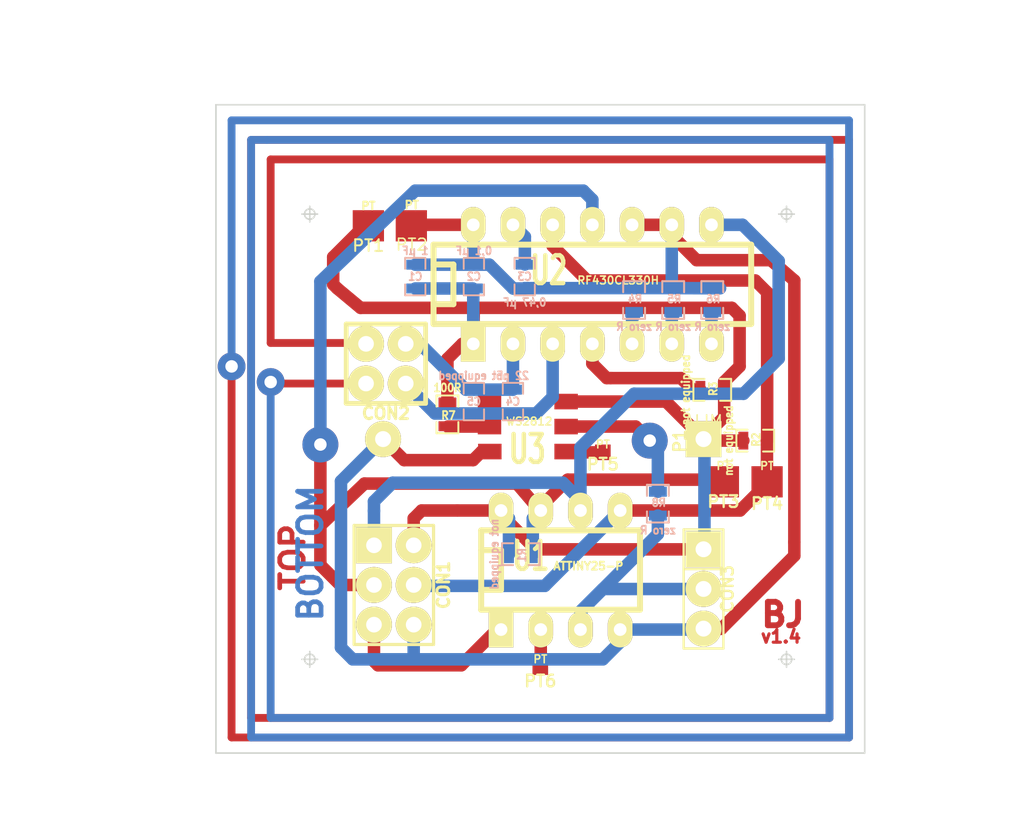
<source format=kicad_pcb>
(kicad_pcb (version 20221018) (generator pcbnew)
  (title_block (title "Proto BuddiesJewel") (rev "1.4") (company "BuddiesProjects"))
  (layers (0 "F.Cu" signal "Dessus.Cu") (31 "B.Cu" signal "Dessous.Cu") (34 "B.Paste" user "Dessous.Pate") (35 "F.Paste" user "Dessus.Pate") (36 "B.SilkS" user "Dessous.SilkS") (37 "F.SilkS" user "Dessus.SilkS") (38 "B.Mask" user "Dessous.Masque") (39 "F.Mask" user "Dessus.Masque") (44 "Edge.Cuts" user "Contours.Ci"))
  (net 0 "")
  (net 1 "+3.3V")
  (net 2 "/ANT1")
  (net 3 "/ANT2")
  (net 4 "/IT/MISO")
  (net 5 "/LED_DI")
  (net 6 "/RST")
  (net 7 "/SCL/SCK")
  (net 8 "/SDA/MOSI")
  (net 9 "GND")
  (net 10 "N-0000010")
  (net 11 "N-0000013")
  (net 12 "N-0000014")
  (net 13 "N-0000015")
  (net 14 "N-0000018")
  (net 15 "N-0000020")
  (net 16 "N-000003")
  (net 17 "N-000006")
  (net 18 "N-000007")
  (net 19 "N-000008")
  (footprint "TEST_POINT_1mm" (layer "F.Cu") (at 54.25 32)
    (fp_text reference "PT1" (at 0 1.27) (layer "F.SilkS") (effects (font (size 0.75 0.75) (thickness 0.125))))
    (fp_text value "PT" (at 0 -1.27) (layer "F.SilkS") (effects (font (size 0.5 0.5) (thickness 0.125))))
    (pad "1" smd rect (at 0 0) (size 2 2) (layers "F.Cu" "F.Paste" "F.Mask") (net 1 "+3.3V"))
  )
  (footprint "TEST_POINT_1mm" (layer "F.Cu") (at 65.25 60.25)
    (fp_text reference "PT6" (at 0 0.889) (layer "F.SilkS") (effects (font (size 0.75 0.75))))
    (fp_text value "PT" (at 0 -0.508) (layer "F.SilkS") (effects (font (size 0.5 0.5) (thickness 0.1))))
    (pad "1" smd rect (at 0 0) (size 1 1) (layers "F.Cu" "F.Paste" "F.Mask") (net 12 "N-0000014"))
  )
  (footprint "TEST_POINT_1mm" (layer "F.Cu") (at 57.15 31.936)
    (fp_text reference "PT2" (at -0.127 1.27) (layer "F.SilkS") (effects (font (size 0.75 0.75) (thickness 0.1))))
    (fp_text value "PT" (at -0.127 -1.27) (layer "F.SilkS") (effects (font (size 0.5 0.5) (thickness 0.125))))
    (pad "1" smd rect (at -0.15 0.064) (size 2 2) (layers "F.Cu" "F.Paste" "F.Mask") (net 9 "GND"))
  )
  (footprint "TEST_POINT_1mm" (layer "F.Cu") (at 69.25 46.5)
    (fp_text reference "PT5" (at 0 0.762) (layer "F.SilkS") (effects (font (size 0.75 0.75))))
    (fp_text value "PT" (at 0 -0.508) (layer "F.SilkS") (effects (font (size 0.5 0.5) (thickness 0.1))))
    (pad "1" smd rect (at 0 0) (size 1 1) (layers "F.Cu" "F.Paste" "F.Mask") (net 11 "N-0000013"))
  )
  (footprint "TEST_POINT_1mm" (layer "F.Cu") (at 76.962 48.387)
    (fp_text reference "PT3" (at 0 1.27) (layer "F.SilkS") (effects (font (size 0.75 0.75))))
    (fp_text value "PT" (at 0 -1.016) (layer "F.SilkS") (effects (font (size 0.5 0.5) (thickness 0.1))))
    (pad "1" smd rect (at 0 0) (size 2 2) (layers "F.Cu" "F.Paste" "F.Mask") (net 7 "/SCL/SCK"))
  )
  (footprint "TEST_POINT_1mm" (layer "F.Cu") (at 79.756 48.387)
    (fp_text reference "PT4" (at 0 1.397) (layer "F.SilkS") (effects (font (size 0.75 0.75))))
    (fp_text value "PT" (at 0 -1.016) (layer "F.SilkS") (effects (font (size 0.5 0.5) (thickness 0.1))))
    (pad "1" smd rect (at 0 0) (size 2 2) (layers "F.Cu" "F.Paste" "F.Mask") (net 8 "/SDA/MOSI"))
  )
  (footprint "SM0603_Resistor" (layer "F.Cu") (at 59.309 44.069 -90)
    (fp_text reference "R7" (at 0.0635 -0.0635) (layer "F.SilkS") (effects (font (size 0.50038 0.4572) (thickness 0.1143))))
    (fp_text value "100R" (at -1.69926 0) (layer "F.SilkS") (effects (font (size 0.508 0.4572) (thickness 0.1143))))
    (fp_line (start -1.2065 -0.6985) (end -1.2065 0.6985) (stroke (width 0.127)) (layer "F.SilkS"))
    (fp_line (start -1.2065 0.6985) (end -0.50038 0.6985) (stroke (width 0.127)) (layer "F.SilkS"))
    (fp_line (start -0.50038 -0.6985) (end -1.2065 -0.6985) (stroke (width 0.127)) (layer "F.SilkS"))
    (fp_line (start 1.2065 -0.6985) (end 0.50038 -0.6985) (stroke (width 0.127)) (layer "F.SilkS"))
    (fp_line (start 1.2065 -0.6985) (end 1.2065 0.6985) (stroke (width 0.127)) (layer "F.SilkS"))
    (fp_line (start 1.2065 0.6985) (end 0.50038 0.6985) (stroke (width 0.127)) (layer "F.SilkS"))
    (pad "1" smd rect (at -0.762 0 270) (size 0.635 1.143) (layers "F.Cu" "F.Paste" "F.Mask") (net 1 "+3.3V"))
    (pad "2" smd rect (at 0.762 0 270) (size 0.635 1.143) (layers "F.Cu" "F.Paste" "F.Mask") (net 15 "N-0000020"))
  )
  (footprint "SM0603_Resistor" (layer "F.Cu") (at 76.25 42.5)
    (fp_text reference "R3" (at 0.0635 -0.0635 90) (layer "F.SilkS") (effects (font (size 0.50038 0.4572) (thickness 0.1143))))
    (fp_text value "not equipped" (at -1.69926 0 90) (layer "F.SilkS") (effects (font (size 0.508 0.4572) (thickness 0.1143))))
    (fp_line (start -1.2065 -0.6985) (end -1.2065 0.6985) (stroke (width 0.127)) (layer "F.SilkS"))
    (fp_line (start -1.2065 0.6985) (end -0.50038 0.6985) (stroke (width 0.127)) (layer "F.SilkS"))
    (fp_line (start -0.50038 -0.6985) (end -1.2065 -0.6985) (stroke (width 0.127)) (layer "F.SilkS"))
    (fp_line (start 1.2065 -0.6985) (end 0.50038 -0.6985) (stroke (width 0.127)) (layer "F.SilkS"))
    (fp_line (start 1.2065 -0.6985) (end 1.2065 0.6985) (stroke (width 0.127)) (layer "F.SilkS"))
    (fp_line (start 1.2065 0.6985) (end 0.50038 0.6985) (stroke (width 0.127)) (layer "F.SilkS"))
    (pad "1" smd rect (at -0.762 0) (size 0.635 1.143) (layers "F.Cu" "F.Paste" "F.Mask") (net 17 "N-000006"))
    (pad "2" smd rect (at 0.762 0) (size 0.635 1.143) (layers "F.Cu" "F.Paste" "F.Mask") (net 1 "+3.3V"))
  )
  (footprint "SM0603_Resistor" (layer "F.Cu") (at 79 45.75)
    (fp_text reference "R2" (at 0.0635 -0.0635 90) (layer "F.SilkS") (effects (font (size 0.50038 0.4572) (thickness 0.1143))))
    (fp_text value "not equipped" (at -1.69926 0 90) (layer "F.SilkS") (effects (font (size 0.508 0.4572) (thickness 0.1143))))
    (fp_line (start -1.2065 -0.6985) (end -1.2065 0.6985) (stroke (width 0.127)) (layer "F.SilkS"))
    (fp_line (start -1.2065 0.6985) (end -0.50038 0.6985) (stroke (width 0.127)) (layer "F.SilkS"))
    (fp_line (start -0.50038 -0.6985) (end -1.2065 -0.6985) (stroke (width 0.127)) (layer "F.SilkS"))
    (fp_line (start 1.2065 -0.6985) (end 0.50038 -0.6985) (stroke (width 0.127)) (layer "F.SilkS"))
    (fp_line (start 1.2065 -0.6985) (end 1.2065 0.6985) (stroke (width 0.127)) (layer "F.SilkS"))
    (fp_line (start 1.2065 0.6985) (end 0.50038 0.6985) (stroke (width 0.127)) (layer "F.SilkS"))
    (pad "1" smd rect (at -0.762 0) (size 0.635 1.143) (layers "F.Cu" "F.Paste" "F.Mask") (net 1 "+3.3V"))
    (pad "2" smd rect (at 0.762 0) (size 0.635 1.143) (layers "F.Cu" "F.Paste" "F.Mask") (net 8 "/SDA/MOSI"))
  )
  (footprint "PIN_ARRAY_2X2" (layer "F.Cu") (at 55.372 40.826 180)
    (fp_text reference "CON2" (at 0 -3.175 180) (layer "F.SilkS") (effects (font (size 0.75 0.75) (thickness 0.1875))))
    (fp_text value "ANTENNE" hide)
    (fp_line (start -2.54 -2.54) (end 2.54 -2.54) (stroke (width 0.3048)) (layer "F.SilkS"))
    (fp_line (start -2.54 2.54) (end -2.54 -2.54) (stroke (width 0.3048)) (layer "F.SilkS"))
    (fp_line (start 2.54 -2.54) (end 2.54 2.54) (stroke (width 0.3048)) (layer "F.SilkS"))
    (fp_line (start 2.54 2.54) (end -2.54 2.54) (stroke (width 0.3048)) (layer "F.SilkS"))
    (pad "1" thru_hole circle (at -1.27 1.27 180) (size 2.3 2.3) (drill 1) (layers "*.Cu" "*.Mask" "F.SilkS") (net 2 "/ANT1"))
    (pad "2" thru_hole circle (at -1.27 -1.27 180) (size 2.3 2.3) (drill 1) (layers "*.Cu" "*.Mask" "F.SilkS") (net 3 "/ANT2"))
    (pad "3" thru_hole circle (at 1.27 1.27 180) (size 2.3 2.3) (drill 1) (layers "*.Cu" "*.Mask" "F.SilkS") (net 14 "N-0000018"))
    (pad "4" thru_hole circle (at 1.27 -1.27 180) (size 2.3 2.3) (drill 1) (layers "*.Cu" "*.Mask" "F.SilkS") (net 14 "N-0000018"))
  )
  (footprint "WS2812" (layer "F.Cu") (at 62 43.25)
    (fp_text reference "U3" (at 2.413 3.048) (layer "F.SilkS") (effects (font (size 1.778 1.143) (thickness 0.28575))))
    (fp_text value "WS2812" (at 2.54 1.27) (layer "F.SilkS") (effects (font (size 0.5 0.5) (thickness 0.1))))
    (pad "1" smd rect (at 4.9 3.2) (size 1.5 1) (layers "F.Cu" "F.Paste" "F.Mask") (net 11 "N-0000013"))
    (pad "2" smd rect (at 4.9 1.6) (size 1.5 1) (layers "F.Cu" "F.Paste" "F.Mask") (net 10 "N-0000010"))
    (pad "3" smd rect (at 4.9 0) (size 1.5 1) (layers "F.Cu" "F.Paste" "F.Mask") (net 1 "+3.3V"))
    (pad "4" smd rect (at 0 0) (size 1.5 1) (layers "F.Cu" "F.Paste" "F.Mask"))
    (pad "5" smd rect (at 0 1.6) (size 1.5 1) (layers "F.Cu" "F.Paste" "F.Mask") (net 15 "N-0000020"))
    (pad "6" smd rect (at 0.02 3.2) (size 1.5 1) (layers "F.Cu" "F.Paste" "F.Mask") (net 9 "GND"))
  )
  (footprint "pin_array_3x2" (layer "F.Cu") (at 55.88 54.991 -90)
    (fp_text reference "CON1" (at 0 -3.175 270) (layer "F.SilkS") (effects (font (size 0.75 0.75) (thickness 0.1875))))
    (fp_text value "AVR-ISP6" hide)
    (fp_line (start -3.81 -2.54) (end 3.81 -2.54) (stroke (width 0.2032)) (layer "F.SilkS"))
    (fp_line (start -3.81 2.54) (end -3.81 -2.54) (stroke (width 0.2032)) (layer "F.SilkS"))
    (fp_line (start 3.81 -2.54) (end 3.81 2.54) (stroke (width 0.2032)) (layer "F.SilkS"))
    (fp_line (start 3.81 2.54) (end -3.81 2.54) (stroke (width 0.2032)) (layer "F.SilkS"))
    (pad "1" thru_hole rect (at -2.54 1.27 270) (size 2.3 2.3) (drill 1) (layers "*.Cu" "*.Mask" "F.SilkS") (net 4 "/IT/MISO"))
    (pad "2" thru_hole circle (at -2.54 -1.27 270) (size 2.3 2.3) (drill 1) (layers "*.Cu" "*.Mask" "F.SilkS") (net 1 "+3.3V"))
    (pad "3" thru_hole circle (at 0 1.27 270) (size 2.3 2.3) (drill 1) (layers "*.Cu" "*.Mask" "F.SilkS") (net 7 "/SCL/SCK"))
    (pad "4" thru_hole circle (at 0 -1.27 270) (size 2.3 2.3) (drill 1) (layers "*.Cu" "*.Mask" "F.SilkS") (net 8 "/SDA/MOSI"))
    (pad "5" thru_hole circle (at 2.54 1.27 270) (size 2.3 2.3) (drill 1) (layers "*.Cu" "*.Mask" "F.SilkS") (net 6 "/RST"))
    (pad "6" thru_hole circle (at 2.54 -1.27 270) (size 2.3 2.3) (drill 1) (layers "*.Cu" "*.Mask" "F.SilkS") (net 9 "GND"))
  )
  (footprint "Alim" (layer "F.Cu") (at 75.692 45.652 -90)
    (fp_text reference "P1" (at 0.127 1.524 270) (layer "F.SilkS") (effects (font (size 0.75 0.75))))
    (fp_text value "ALIM" (at -1.143 0) (layer "F.SilkS") (effects (font (size 0.75 0.75) (thickness 0.1))))
    (pad "1" thru_hole rect (at 0 0 270) (size 2.3 2.3) (drill 1.02) (layers "*.Cu" "*.Mask" "F.SilkS") (net 1 "+3.3V"))
    (pad "2" thru_hole circle (at 0 20.5 270) (size 2.3 2.3) (drill 1.02) (layers "*.Cu" "*.Mask" "F.SilkS") (net 9 "GND"))
  )
  (footprint "DIP-8__300_ELL" (layer "F.Cu") (at 66.548 54.034)
    (fp_text reference "U1" (at -1.905 -0.889) (layer "F.SilkS") (effects (font (size 1.778 1.143) (thickness 0.3048))))
    (fp_text value "ATTINY25-P" (at 1.778 -0.254) (layer "F.SilkS") (effects (font (size 0.5 0.5) (thickness 0.125))))
    (fp_line (start -5.08 -2.54) (end 5.08 -2.54) (stroke (width 0.381)) (layer "F.SilkS"))
    (fp_line (start -5.08 -1.27) (end -3.81 -1.27) (stroke (width 0.381)) (layer "F.SilkS"))
    (fp_line (start -5.08 2.54) (end -5.08 -2.54) (stroke (width 0.381)) (layer "F.SilkS"))
    (fp_line (start -3.81 -1.27) (end -3.81 1.27) (stroke (width 0.381)) (layer "F.SilkS"))
    (fp_line (start -3.81 1.27) (end -5.08 1.27) (stroke (width 0.381)) (layer "F.SilkS"))
    (fp_line (start 5.08 -2.54) (end 5.08 2.54) (stroke (width 0.381)) (layer "F.SilkS"))
    (fp_line (start 5.08 2.54) (end -5.08 2.54) (stroke (width 0.381)) (layer "F.SilkS"))
    (pad "1" thru_hole rect (at -3.81 3.81) (size 1.5748 2.286) (drill 0.8128) (layers "*.Cu" "*.Mask" "F.SilkS") (net 6 "/RST"))
    (pad "2" thru_hole oval (at -1.27 3.81) (size 1.5748 2.286) (drill 0.8128) (layers "*.Cu" "*.Mask" "F.SilkS") (net 12 "N-0000014"))
    (pad "3" thru_hole oval (at 1.27 3.81) (size 1.5748 2.286) (drill 0.8128) (layers "*.Cu" "*.Mask" "F.SilkS") (net 5 "/LED_DI"))
    (pad "4" thru_hole oval (at 3.81 3.81) (size 1.5748 2.286) (drill 0.8128) (layers "*.Cu" "*.Mask" "F.SilkS") (net 9 "GND"))
    (pad "5" thru_hole oval (at 3.81 -3.81) (size 1.5748 2.286) (drill 0.8128) (layers "*.Cu" "*.Mask" "F.SilkS") (net 8 "/SDA/MOSI"))
    (pad "6" thru_hole oval (at 1.27 -3.81) (size 1.5748 2.286) (drill 0.8128) (layers "*.Cu" "*.Mask" "F.SilkS") (net 4 "/IT/MISO"))
    (pad "7" thru_hole oval (at -1.27 -3.81) (size 1.5748 2.286) (drill 0.8128) (layers "*.Cu" "*.Mask" "F.SilkS") (net 7 "/SCL/SCK"))
    (pad "8" thru_hole oval (at -3.81 -3.81) (size 1.5748 2.286) (drill 0.8128) (layers "*.Cu" "*.Mask" "F.SilkS") (net 1 "+3.3V"))
  )
  (footprint "DIP-14__300_ELL" (layer "F.Cu") (at 68.58 35.746)
    (fp_text reference "U2" (at -2.794 -0.889) (layer "F.SilkS") (effects (font (size 1.778 1.143) (thickness 0.28575))))
    (fp_text value "RF430CL330H" (at 1.651 -0.254) (layer "F.SilkS") (effects (font (size 0.5 0.5) (thickness 0.1))))
    (fp_line (start -10.16 -2.54) (end 10.16 -2.54) (stroke (width 0.381)) (layer "F.SilkS"))
    (fp_line (start -10.16 -1.27) (end -8.89 -1.27) (stroke (width 0.381)) (layer "F.SilkS"))
    (fp_line (start -10.16 2.54) (end -10.16 -2.54) (stroke (width 0.381)) (layer "F.SilkS"))
    (fp_line (start -8.89 -1.27) (end -8.89 1.27) (stroke (width 0.381)) (layer "F.SilkS"))
    (fp_line (start -8.89 1.27) (end -10.16 1.27) (stroke (width 0.381)) (layer "F.SilkS"))
    (fp_line (start 10.16 -2.54) (end 10.16 2.54) (stroke (width 0.381)) (layer "F.SilkS"))
    (fp_line (start 10.16 2.54) (end -10.16 2.54) (stroke (width 0.381)) (layer "F.SilkS"))
    (pad "1" thru_hole rect (at -7.62 3.81) (size 1.5748 2.286) (drill 0.8128) (layers "*.Cu" "*.Mask" "F.SilkS") (net 1 "+3.3V"))
    (pad "2" thru_hole oval (at -5.08 3.81) (size 1.5748 2.286) (drill 0.8128) (layers "*.Cu" "*.Mask" "F.SilkS") (net 2 "/ANT1"))
    (pad "3" thru_hole oval (at -2.54 3.81) (size 1.5748 2.286) (drill 0.8128) (layers "*.Cu" "*.Mask" "F.SilkS") (net 3 "/ANT2"))
    (pad "4" thru_hole oval (at 0 3.81) (size 1.5748 2.286) (drill 0.8128) (layers "*.Cu" "*.Mask" "F.SilkS") (net 17 "N-000006"))
    (pad "5" thru_hole oval (at 2.54 3.81) (size 1.5748 2.286) (drill 0.8128) (layers "*.Cu" "*.Mask" "F.SilkS") (net 19 "N-000008"))
    (pad "6" thru_hole oval (at 5.08 3.81) (size 1.5748 2.286) (drill 0.8128) (layers "*.Cu" "*.Mask" "F.SilkS") (net 16 "N-000003"))
    (pad "7" thru_hole oval (at 7.62 3.81) (size 1.5748 2.286) (drill 0.8128) (layers "*.Cu" "*.Mask" "F.SilkS") (net 18 "N-000007"))
    (pad "8" thru_hole oval (at 7.62 -3.81) (size 1.5748 2.286) (drill 0.8128) (layers "*.Cu" "*.Mask" "F.SilkS") (net 4 "/IT/MISO"))
    (pad "9" thru_hole oval (at 5.08 -3.81) (size 1.5748 2.286) (drill 0.8128) (layers "*.Cu" "*.Mask" "F.SilkS") (net 9 "GND"))
    (pad "10" thru_hole oval (at 2.54 -3.81) (size 1.5748 2.286) (drill 0.8128) (layers "*.Cu" "*.Mask" "F.SilkS") (net 9 "GND"))
    (pad "11" thru_hole oval (at 0 -3.81) (size 1.5748 2.286) (drill 0.8128) (layers "*.Cu" "*.Mask" "F.SilkS") (net 7 "/SCL/SCK"))
    (pad "12" thru_hole oval (at -2.54 -3.81) (size 1.5748 2.286) (drill 0.8128) (layers "*.Cu" "*.Mask" "F.SilkS") (net 8 "/SDA/MOSI"))
    (pad "13" thru_hole oval (at -5.08 -3.81) (size 1.5748 2.286) (drill 0.8128) (layers "*.Cu" "*.Mask" "F.SilkS") (net 13 "N-0000015"))
    (pad "14" thru_hole oval (at -7.62 -3.81) (size 1.5748 2.286) (drill 0.8128) (layers "*.Cu" "*.Mask" "F.SilkS") (net 9 "GND"))
  )
  (footprint "PIN_ARRAY_3X1" (layer "F.Cu") (at 75.692 55.245 -90)
    (fp_text reference "CON3" (at 0 -1.524 270) (layer "F.SilkS") (effects (font (size 0.75 0.75))))
    (fp_text value "EXT_LED" hide)
    (fp_line (start -3.81 -1.27) (end 3.81 -1.27) (stroke (width 0.1524)) (layer "F.SilkS"))
    (fp_line (start -3.81 1.27) (end -3.81 -1.27) (stroke (width 0.1524)) (layer "F.SilkS"))
    (fp_line (start -1.27 -1.27) (end -1.27 1.27) (stroke (width 0.1524)) (layer "F.SilkS"))
    (fp_line (start 3.81 -1.27) (end 3.81 1.27) (stroke (width 0.1524)) (layer "F.SilkS"))
    (fp_line (start 3.81 1.27) (end -3.81 1.27) (stroke (width 0.1524)) (layer "F.SilkS"))
    (pad "1" thru_hole rect (at -2.54 0 270) (size 2.3 2.3) (drill 1.016) (layers "*.Cu" "*.Mask" "F.SilkS") (net 1 "+3.3V"))
    (pad "2" thru_hole circle (at 0 0 270) (size 2.3 2.3) (drill 1.016) (layers "*.Cu" "*.Mask" "F.SilkS") (net 5 "/LED_DI"))
    (pad "3" thru_hole circle (at 2.54 0 270) (size 2.3 2.3) (drill 1.016) (layers "*.Cu" "*.Mask" "F.SilkS") (net 9 "GND"))
  )
  (footprint "SM0603_Capa" (layer "B.Cu") (at 61 43.25 -90)
    (fp_text reference "C5" (at 0 0 180) (layer "B.SilkS") (effects (font (size 0.508 0.4572) (thickness 0.1143)) (justify mirror)))
    (fp_text value "not equipped" (at -1.651 0 180) (layer "B.SilkS") (effects (font (size 0.508 0.4572) (thickness 0.1143)) (justify mirror)))
    (fp_line (start -1.19888 -0.635) (end -1.19888 0.635) (stroke (width 0.11938)) (layer "B.SilkS"))
    (fp_line (start -1.19888 0.65024) (end -0.50038 0.65024) (stroke (width 0.11938)) (layer "B.SilkS"))
    (fp_line (start -0.50038 -0.65024) (end -1.19888 -0.65024) (stroke (width 0.11938)) (layer "B.SilkS"))
    (fp_line (start 0.50038 -0.65024) (end 1.19888 -0.65024) (stroke (width 0.11938)) (layer "B.SilkS"))
    (fp_line (start 0.50038 0.65024) (end 1.19888 0.65024) (stroke (width 0.11938)) (layer "B.SilkS"))
    (fp_line (start 1.19888 0.635) (end 1.19888 -0.635) (stroke (width 0.11938)) (layer "B.SilkS"))
    (pad "1" smd rect (at -0.762 0 270) (size 0.635 1.143) (layers "B.Cu" "B.Paste" "B.Mask") (net 2 "/ANT1"))
    (pad "2" smd rect (at 0.762 0 270) (size 0.635 1.143) (layers "B.Cu" "B.Paste" "B.Mask") (net 3 "/ANT2"))
  )
  (footprint "SM0603_Capa" (layer "B.Cu") (at 64.25 35.25 90)
    (fp_text reference "C3" (at 0 0) (layer "B.SilkS") (effects (font (size 0.508 0.4572) (thickness 0.1143)) (justify mirror)))
    (fp_text value "0,47 µF" (at -1.651 0) (layer "B.SilkS") (effects (font (size 0.508 0.4572) (thickness 0.1143)) (justify mirror)))
    (fp_line (start -1.19888 -0.635) (end -1.19888 0.635) (stroke (width 0.11938)) (layer "B.SilkS"))
    (fp_line (start -1.19888 0.65024) (end -0.50038 0.65024) (stroke (width 0.11938)) (layer "B.SilkS"))
    (fp_line (start -0.50038 -0.65024) (end -1.19888 -0.65024) (stroke (width 0.11938)) (layer "B.SilkS"))
    (fp_line (start 0.50038 -0.65024) (end 1.19888 -0.65024) (stroke (width 0.11938)) (layer "B.SilkS"))
    (fp_line (start 0.50038 0.65024) (end 1.19888 0.65024) (stroke (width 0.11938)) (layer "B.SilkS"))
    (fp_line (start 1.19888 0.635) (end 1.19888 -0.635) (stroke (width 0.11938)) (layer "B.SilkS"))
    (pad "1" smd rect (at -0.762 0 90) (size 0.635 1.143) (layers "B.Cu" "B.Paste" "B.Mask") (net 9 "GND"))
    (pad "2" smd rect (at 0.762 0 90) (size 0.635 1.143) (layers "B.Cu" "B.Paste" "B.Mask") (net 13 "N-0000015"))
  )
  (footprint "SM0603_Capa" (layer "B.Cu") (at 61 35.25 -90)
    (fp_text reference "C2" (at 0 0 180) (layer "B.SilkS") (effects (font (size 0.508 0.4572) (thickness 0.1143)) (justify mirror)))
    (fp_text value "0,1 µF" (at -1.651 0 180) (layer "B.SilkS") (effects (font (size 0.508 0.4572) (thickness 0.1143)) (justify mirror)))
    (fp_line (start -1.19888 -0.635) (end -1.19888 0.635) (stroke (width 0.11938)) (layer "B.SilkS"))
    (fp_line (start -1.19888 0.65024) (end -0.50038 0.65024) (stroke (width 0.11938)) (layer "B.SilkS"))
    (fp_line (start -0.50038 -0.65024) (end -1.19888 -0.65024) (stroke (width 0.11938)) (layer "B.SilkS"))
    (fp_line (start 0.50038 -0.65024) (end 1.19888 -0.65024) (stroke (width 0.11938)) (layer "B.SilkS"))
    (fp_line (start 0.50038 0.65024) (end 1.19888 0.65024) (stroke (width 0.11938)) (layer "B.SilkS"))
    (fp_line (start 1.19888 0.635) (end 1.19888 -0.635) (stroke (width 0.11938)) (layer "B.SilkS"))
    (pad "1" smd rect (at -0.762 0 270) (size 0.635 1.143) (layers "B.Cu" "B.Paste" "B.Mask") (net 9 "GND"))
    (pad "2" smd rect (at 0.762 0 270) (size 0.635 1.143) (layers "B.Cu" "B.Paste" "B.Mask") (net 1 "+3.3V"))
  )
  (footprint "SM0603_Capa" (layer "B.Cu") (at 57.25 35.25 -90)
    (fp_text reference "C1" (at 0 0 180) (layer "B.SilkS") (effects (font (size 0.508 0.4572) (thickness 0.1143)) (justify mirror)))
    (fp_text value "1 µF" (at -1.651 0 180) (layer "B.SilkS") (effects (font (size 0.508 0.4572) (thickness 0.1143)) (justify mirror)))
    (fp_line (start -1.19888 -0.635) (end -1.19888 0.635) (stroke (width 0.11938)) (layer "B.SilkS"))
    (fp_line (start -1.19888 0.65024) (end -0.50038 0.65024) (stroke (width 0.11938)) (layer "B.SilkS"))
    (fp_line (start -0.50038 -0.65024) (end -1.19888 -0.65024) (stroke (width 0.11938)) (layer "B.SilkS"))
    (fp_line (start 0.50038 -0.65024) (end 1.19888 -0.65024) (stroke (width 0.11938)) (layer "B.SilkS"))
    (fp_line (start 0.50038 0.65024) (end 1.19888 0.65024) (stroke (width 0.11938)) (layer "B.SilkS"))
    (fp_line (start 1.19888 0.635) (end 1.19888 -0.635) (stroke (width 0.11938)) (layer "B.SilkS"))
    (pad "1" smd rect (at -0.762 0 270) (size 0.635 1.143) (layers "B.Cu" "B.Paste" "B.Mask") (net 9 "GND"))
    (pad "2" smd rect (at 0.762 0 270) (size 0.635 1.143) (layers "B.Cu" "B.Paste" "B.Mask") (net 1 "+3.3V"))
  )
  (footprint "SM0603_Capa" (layer "B.Cu") (at 63.5 43.25 -90)
    (fp_text reference "C4" (at 0 0 180) (layer "B.SilkS") (effects (font (size 0.508 0.4572) (thickness 0.1143)) (justify mirror)))
    (fp_text value "22 pF" (at -1.651 0 180) (layer "B.SilkS") (effects (font (size 0.508 0.4572) (thickness 0.1143)) (justify mirror)))
    (fp_line (start -1.19888 -0.635) (end -1.19888 0.635) (stroke (width 0.11938)) (layer "B.SilkS"))
    (fp_line (start -1.19888 0.65024) (end -0.50038 0.65024) (stroke (width 0.11938)) (layer "B.SilkS"))
    (fp_line (start -0.50038 -0.65024) (end -1.19888 -0.65024) (stroke (width 0.11938)) (layer "B.SilkS"))
    (fp_line (start 0.50038 -0.65024) (end 1.19888 -0.65024) (stroke (width 0.11938)) (layer "B.SilkS"))
    (fp_line (start 0.50038 0.65024) (end 1.19888 0.65024) (stroke (width 0.11938)) (layer "B.SilkS"))
    (fp_line (start 1.19888 0.635) (end 1.19888 -0.635) (stroke (width 0.11938)) (layer "B.SilkS"))
    (pad "1" smd rect (at -0.762 0 270) (size 0.635 1.143) (layers "B.Cu" "B.Paste" "B.Mask") (net 2 "/ANT1"))
    (pad "2" smd rect (at 0.762 0 270) (size 0.635 1.143) (layers "B.Cu" "B.Paste" "B.Mask") (net 3 "/ANT2"))
  )
  (footprint "SM0603_Resistor" (layer "B.Cu") (at 76.25 36.75 90)
    (fp_text reference "R6" (at 0.0635 0.0635) (layer "B.SilkS") (effects (font (size 0.50038 0.4572) (thickness 0.1143)) (justify mirror)))
    (fp_text value "zero R" (at -1.69926 0) (layer "B.SilkS") (effects (font (size 0.508 0.4572) (thickness 0.1143)) (justify mirror)))
    (fp_line (start -1.2065 -0.6985) (end -0.50038 -0.6985) (stroke (width 0.127)) (layer "B.SilkS"))
    (fp_line (start -1.2065 0.6985) (end -1.2065 -0.6985) (stroke (width 0.127)) (layer "B.SilkS"))
    (fp_line (start -0.50038 0.6985) (end -1.2065 0.6985) (stroke (width 0.127)) (layer "B.SilkS"))
    (fp_line (start 1.2065 -0.6985) (end 0.50038 -0.6985) (stroke (width 0.127)) (layer "B.SilkS"))
    (fp_line (start 1.2065 0.6985) (end 0.50038 0.6985) (stroke (width 0.127)) (layer "B.SilkS"))
    (fp_line (start 1.2065 0.6985) (end 1.2065 -0.6985) (stroke (width 0.127)) (layer "B.SilkS"))
    (pad "1" smd rect (at -0.762 0 90) (size 0.635 1.143) (layers "B.Cu" "B.Paste" "B.Mask") (net 18 "N-000007"))
    (pad "2" smd rect (at 0.762 0 90) (size 0.635 1.143) (layers "B.Cu" "B.Paste" "B.Mask") (net 9 "GND"))
  )
  (footprint "SM0603_Resistor" (layer "B.Cu") (at 73.75 36.75 90)
    (fp_text reference "R5" (at 0.0635 0.0635) (layer "B.SilkS") (effects (font (size 0.50038 0.4572) (thickness 0.1143)) (justify mirror)))
    (fp_text value "zero R" (at -1.69926 0) (layer "B.SilkS") (effects (font (size 0.508 0.4572) (thickness 0.1143)) (justify mirror)))
    (fp_line (start -1.2065 -0.6985) (end -0.50038 -0.6985) (stroke (width 0.127)) (layer "B.SilkS"))
    (fp_line (start -1.2065 0.6985) (end -1.2065 -0.6985) (stroke (width 0.127)) (layer "B.SilkS"))
    (fp_line (start -0.50038 0.6985) (end -1.2065 0.6985) (stroke (width 0.127)) (layer "B.SilkS"))
    (fp_line (start 1.2065 -0.6985) (end 0.50038 -0.6985) (stroke (width 0.127)) (layer "B.SilkS"))
    (fp_line (start 1.2065 0.6985) (end 0.50038 0.6985) (stroke (width 0.127)) (layer "B.SilkS"))
    (fp_line (start 1.2065 0.6985) (end 1.2065 -0.6985) (stroke (width 0.127)) (layer "B.SilkS"))
    (pad "1" smd rect (at -0.762 0 90) (size 0.635 1.143) (layers "B.Cu" "B.Paste" "B.Mask") (net 16 "N-000003"))
    (pad "2" smd rect (at 0.762 0 90) (size 0.635 1.143) (layers "B.Cu" "B.Paste" "B.Mask") (net 9 "GND"))
  )
  (footprint "SM0603_Resistor" (layer "B.Cu") (at 71.25 36.75 90)
    (fp_text reference "R4" (at 0.0635 0.0635) (layer "B.SilkS") (effects (font (size 0.50038 0.4572) (thickness 0.1143)) (justify mirror)))
    (fp_text value "zero R" (at -1.69926 0) (layer "B.SilkS") (effects (font (size 0.508 0.4572) (thickness 0.1143)) (justify mirror)))
    (fp_line (start -1.2065 -0.6985) (end -0.50038 -0.6985) (stroke (width 0.127)) (layer "B.SilkS"))
    (fp_line (start -1.2065 0.6985) (end -1.2065 -0.6985) (stroke (width 0.127)) (layer "B.SilkS"))
    (fp_line (start -0.50038 0.6985) (end -1.2065 0.6985) (stroke (width 0.127)) (layer "B.SilkS"))
    (fp_line (start 1.2065 -0.6985) (end 0.50038 -0.6985) (stroke (width 0.127)) (layer "B.SilkS"))
    (fp_line (start 1.2065 0.6985) (end 0.50038 0.6985) (stroke (width 0.127)) (layer "B.SilkS"))
    (fp_line (start 1.2065 0.6985) (end 1.2065 -0.6985) (stroke (width 0.127)) (layer "B.SilkS"))
    (pad "1" smd rect (at -0.762 0 90) (size 0.635 1.143) (layers "B.Cu" "B.Paste" "B.Mask") (net 19 "N-000008"))
    (pad "2" smd rect (at 0.762 0 90) (size 0.635 1.143) (layers "B.Cu" "B.Paste" "B.Mask") (net 9 "GND"))
  )
  (footprint "SM0603_Resistor" (layer "B.Cu") (at 64.008 53.018)
    (fp_text reference "R1" (at 0.0635 0.0635 270) (layer "B.SilkS") (effects (font (size 0.50038 0.4572) (thickness 0.1143)) (justify mirror)))
    (fp_text value "not equipped" (at -1.69926 0 270) (layer "B.SilkS") (effects (font (size 0.508 0.4572) (thickness 0.1143)) (justify mirror)))
    (fp_line (start -1.2065 -0.6985) (end -0.50038 -0.6985) (stroke (width 0.127)) (layer "B.SilkS"))
    (fp_line (start -1.2065 0.6985) (end -1.2065 -0.6985) (stroke (width 0.127)) (layer "B.SilkS"))
    (fp_line (start -0.50038 0.6985) (end -1.2065 0.6985) (stroke (width 0.127)) (layer "B.SilkS"))
    (fp_line (start 1.2065 -0.6985) (end 0.50038 -0.6985) (stroke (width 0.127)) (layer "B.SilkS"))
    (fp_line (start 1.2065 0.6985) (end 0.50038 0.6985) (stroke (width 0.127)) (layer "B.SilkS"))
    (fp_line (start 1.2065 0.6985) (end 1.2065 -0.6985) (stroke (width 0.127)) (layer "B.SilkS"))
    (pad "1" smd rect (at -0.762 0) (size 0.635 1.143) (layers "B.Cu" "B.Paste" "B.Mask") (net 1 "+3.3V"))
    (pad "2" smd rect (at 0.762 0) (size 0.635 1.143) (layers "B.Cu" "B.Paste" "B.Mask") (net 7 "/SCL/SCK"))
  )
  (footprint "SM0603_Resistor" (layer "B.Cu") (at 72.771 49.784 90)
    (fp_text reference "R8" (at 0.0635 0.0635) (layer "B.SilkS") (effects (font (size 0.50038 0.4572) (thickness 0.1143)) (justify mirror)))
    (fp_text value "zero R" (at -1.69926 0) (layer "B.SilkS") (effects (font (size 0.508 0.4572) (thickness 0.1143)) (justify mirror)))
    (fp_line (start -1.2065 -0.6985) (end -0.50038 -0.6985) (stroke (width 0.127)) (layer "B.SilkS"))
    (fp_line (start -1.2065 0.6985) (end -1.2065 -0.6985) (stroke (width 0.127)) (layer "B.SilkS"))
    (fp_line (start -0.50038 0.6985) (end -1.2065 0.6985) (stroke (width 0.127)) (layer "B.SilkS"))
    (fp_line (start 1.2065 -0.6985) (end 0.50038 -0.6985) (stroke (width 0.127)) (layer "B.SilkS"))
    (fp_line (start 1.2065 0.6985) (end 0.50038 0.6985) (stroke (width 0.127)) (layer "B.SilkS"))
    (fp_line (start 1.2065 0.6985) (end 1.2065 -0.6985) (stroke (width 0.127)) (layer "B.SilkS"))
    (pad "1" smd rect (at -0.762 0 90) (size 0.635 1.143) (layers "B.Cu" "B.Paste" "B.Mask") (net 5 "/LED_DI"))
    (pad "2" smd rect (at 0.762 0 90) (size 0.635 1.143) (layers "B.Cu" "B.Paste" "B.Mask") (net 10 "N-0000010"))
  )
  (gr_line (start 86 65.75) (end 86 24.25) (stroke (width 0.1)) (layer "Edge.Cuts"))
  (gr_line (start 86 24.25) (end 44.5 24.25) (stroke (width 0.1)) (layer "Edge.Cuts"))
  (gr_line (start 44.5 65.75) (end 86 65.75) (stroke (width 0.1)) (layer "Edge.Cuts"))
  (gr_line (start 44.5 24.25) (end 44.5 65.75) (stroke (width 0.1)) (layer "Edge.Cuts"))
  (gr_text "v1.4" (at 80.645 58.293) (layer "F.Cu") (effects (font (size 0.8 0.8) (thickness 0.2))))
  (gr_text "BJ" (at 80.772 56.896) (layer "F.Cu") (effects (font (size 1.5 1.5) (thickness 0.375))))
  (gr_text "TOP" (at 49.403 53.213 90) (layer "F.Cu") (effects (font (size 1.5 1.5) (thickness 0.3))))
  (gr_text "BOTTOM" (at 50.546 52.959 90) (layer "B.Cu") (effects (font (size 1.5 1.5) (thickness 0.3))))
  (target plus (at 81 59.75) (size 1) (width 0.1) (layer "Edge.Cuts"))
  (target plus (at 50.5 59.75) (size 1) (width 0.1) (layer "Edge.Cuts"))
  (target plus (at 81 31.25) (size 1) (width 0.1) (layer "Edge.Cuts"))
  (target plus (at 50.5 31.25) (size 1) (width 0.1) (layer "Edge.Cuts"))
  (segment (start 57.15 50.732) (end 57.658 50.224) (width 0.8) (layer "F.Cu") (net 1))
  (segment (start 57.658 50.224) (end 59.944 50.224) (width 0.8) (layer "F.Cu") (net 1))
  (segment (start 59.944 50.224) (end 62.738 50.224) (width 0.8) (layer "F.Cu") (net 1))
  (segment (start 75.79 45.75) (end 75.692 45.652) (width 0.8) (layer "F.Cu") (net 1))
  (segment (start 52.25 36) (end 52 35.75) (width 0.8) (layer "F.Cu") (net 1))
  (segment (start 52 35.75) (end 52 34) (width 0.8) (layer "F.Cu") (net 1))
  (segment (start 78 41) (end 78 37.75) (width 0.8) (layer "F.Cu") (net 1))
  (segment (start 78 37.75) (end 77.5 37.25) (width 0.8) (layer "F.Cu") (net 1))
  (segment (start 77.5 37.25) (end 61 37.25) (width 0.8) (layer "F.Cu") (net 1))
  (segment (start 53.75 37.25) (end 52.25 36) (width 0.8) (layer "F.Cu") (net 1))
  (segment (start 73.29 43.25) (end 75.692 45.652) (width 0.8) (layer "F.Cu") (net 1))
  (segment (start 75.692 45.558) (end 77.012 44.238) (width 0.8) (layer "F.Cu") (net 1))
  (segment (start 77.012 44.238) (end 77.012 42.5) (width 0.8) (layer "F.Cu") (net 1))
  (segment (start 77.012 41.988) (end 78 41) (width 0.8) (layer "F.Cu") (net 1))
  (segment (start 54 32) (end 52 34) (width 0.8) (layer "F.Cu") (net 1))
  (segment (start 62.738 50.488) (end 64.96 52.71) (width 0.8) (layer "F.Cu") (net 1))
  (segment (start 64.96 52.71) (end 75.75 52.71) (width 0.8) (layer "F.Cu") (net 1))
  (segment (start 60.266 39.556) (end 59.309 40.513) (width 0.8) (layer "F.Cu") (net 1))
  (segment (start 59.309 40.513) (end 59.309 43.307) (width 0.8) (layer "F.Cu") (net 1))
  (segment (start 60.96 39.556) (end 60.266 39.556) (width 0.8) (layer "F.Cu") (net 1))
  (segment (start 66.9 43.25) (end 73.29 43.25) (width 0.8) (layer "F.Cu") (net 1))
  (segment (start 77.012 42.5) (end 77.012 41.988) (width 0.8) (layer "F.Cu") (net 1))
  (segment (start 78.238 45.75) (end 75.79 45.75) (width 0.8) (layer "F.Cu") (net 1))
  (segment (start 54 32) (end 54.25 32) (width 0.8) (layer "F.Cu") (net 1))
  (segment (start 61 37.25) (end 53.75 37.25) (width 0.8) (layer "F.Cu") (net 1))
  (segment (start 62.738 50.224) (end 62.738 50.488) (width 0.8) (layer "F.Cu") (net 1))
  (segment (start 60.96 39.556) (end 60.96 38.465223) (width 0.8) (layer "F.Cu") (net 1))
  (segment (start 57.15 52.51) (end 57.15 50.732) (width 0.8) (layer "F.Cu") (net 1))
  (segment (start 75.692 45.652) (end 75.692 45.558) (width 0.8) (layer "F.Cu") (net 1))
  (segment (start 61 37.25) (end 60.96 39.556) (width 0.8) (layer "F.Cu") (net 1))
  (segment (start 63.246 50.732) (end 62.738 50.224) (width 0.8) (layer "B.Cu") (net 1))
  (segment (start 75.75 45.71) (end 75.692 45.652) (width 0.8) (layer "B.Cu") (net 1))
  (segment (start 60.96 36.052) (end 60.92 36.012) (width 0.8) (layer "B.Cu") (net 1))
  (segment (start 60.92 36.012) (end 57.25 36.012) (width 0.8) (layer "B.Cu") (net 1))
  (segment (start 63.246 53.018) (end 63.246 50.732) (width 0.8) (layer "B.Cu") (net 1))
  (segment (start 60.96 39.556) (end 60.96 36.052) (width 0.8) (layer "B.Cu") (net 1))
  (segment (start 75.75 52.71) (end 75.75 45.71) (width 0.8) (layer "B.Cu") (net 1))
  (segment (start 60.488 42.488) (end 57.556 39.556) (width 0.8) (layer "B.Cu") (net 2))
  (segment (start 57.556 39.556) (end 56.642 39.556) (width 0.8) (layer "B.Cu") (net 2))
  (segment (start 61 42.488) (end 63.5 42.488) (width 0.8) (layer "B.Cu") (net 2))
  (segment (start 61 42.488) (end 60.488 42.488) (width 0.8) (layer "B.Cu") (net 2))
  (segment (start 63.5 39.556) (end 63.5 42.488) (width 0.8) (layer "B.Cu") (net 2))
  (segment (start 66.04 42.96) (end 64.988 44.012) (width 0.8) (layer "B.Cu") (net 3))
  (segment (start 64.988 44.012) (end 63.5 44.012) (width 0.8) (layer "B.Cu") (net 3))
  (segment (start 58.512 44.012) (end 56.642 42.142) (width 0.8) (layer "B.Cu") (net 3))
  (segment (start 56.642 42.142) (end 56.642 42.096) (width 0.8) (layer "B.Cu") (net 3))
  (segment (start 66.04 39.556) (end 66.04 42.96) (width 0.8) (layer "B.Cu") (net 3))
  (segment (start 61 44.012) (end 58.512 44.012) (width 0.8) (layer "B.Cu") (net 3))
  (segment (start 63.5 44.012) (end 61 44.012) (width 0.8) (layer "B.Cu") (net 3))
  (segment (start 54.61 49.64) (end 55.804 48.446) (width 0.8) (layer "B.Cu") (net 4))
  (segment (start 55.804 48.446) (end 66.696 48.446) (width 0.8) (layer "B.Cu") (net 4))
  (segment (start 67.818 46.182) (end 71.25 42.75) (width 0.8) (layer "B.Cu") (net 4))
  (segment (start 71.25 42.75) (end 78.25 42.75) (width 0.8) (layer "B.Cu") (net 4))
  (segment (start 78.25 42.75) (end 80.5 40.5) (width 0.8) (layer "B.Cu") (net 4))
  (segment (start 80.5 40.5) (end 80.5 34.25) (width 0.8) (layer "B.Cu") (net 4))
  (segment (start 80.5 34.25) (end 78.186 31.936) (width 0.8) (layer "B.Cu") (net 4))
  (segment (start 78.186 31.936) (end 76.2 31.936) (width 0.8) (layer "B.Cu") (net 4))
  (segment (start 67.818 49.568) (end 66.696 48.446) (width 0.8) (layer "B.Cu") (net 4))
  (segment (start 54.61 52.51) (end 54.61 50.25) (width 0.8) (layer "B.Cu") (net 4))
  (segment (start 67.818 50.224) (end 67.818 46.182) (width 0.8) (layer "B.Cu") (net 4))
  (segment (start 67.818 50.224) (end 67.818 49.568) (width 0.8) (layer "B.Cu") (net 4))
  (segment (start 54.61 50.25) (end 54.61 49.64) (width 0.8) (layer "B.Cu") (net 4))
  (segment (start 67.818 56.682) (end 69.25 55.25) (width 0.8) (layer "B.Cu") (net 5))
  (segment (start 69.25 55.25) (end 75.75 55.25) (width 0.8) (layer "B.Cu") (net 5))
  (segment (start 72.6005 51.8995) (end 67.818 56.682) (width 0.8) (layer "B.Cu") (net 5))
  (segment (start 72.771 51.729) (end 72.6005 51.8995) (width 0.8) (layer "B.Cu") (net 5))
  (segment (start 67.818 57.844) (end 67.818 56.682) (width 0.8) (layer "B.Cu") (net 5))
  (segment (start 72.771 50.546) (end 72.771 51.729) (width 0.8) (layer "B.Cu") (net 5))
  (segment (start 54.61 59.876) (end 54.864 60.13) (width 0.8) (layer "F.Cu") (net 6))
  (segment (start 54.864 60.13) (end 60.198 60.13) (width 0.8) (layer "F.Cu") (net 6))
  (segment (start 60.198 60.13) (end 62.738 57.59) (width 0.8) (layer "F.Cu") (net 6))
  (segment (start 54.61 57.59) (end 54.61 59.876) (width 0.8) (layer "F.Cu") (net 6))
  (segment (start 65.224 50.224) (end 63.75 48.5) (width 0.8) (layer "F.Cu") (net 7))
  (segment (start 63.75 48.5) (end 54 48.5) (width 0.8) (layer "F.Cu") (net 7))
  (segment (start 54 48.5) (end 51.181 51.181) (width 0.8) (layer "F.Cu") (net 7))
  (segment (start 65.278 49.972) (end 67 48.25) (width 0.8) (layer "F.Cu") (net 7))
  (segment (start 67 48.25) (end 77.5 48.25) (width 0.8) (layer "F.Cu") (net 7))
  (segment (start 77.5 48.25) (end 77.5 48.25) (width 0.8) (layer "F.Cu") (net 7))
  (segment (start 52.451 54.991) (end 51.181 53.721) (width 0.8) (layer "F.Cu") (net 7))
  (segment (start 51.181 53.721) (end 51.181 51.181) (width 0.8) (layer "F.Cu") (net 7))
  (segment (start 65.278 50.224) (end 65.278 49.972) (width 0.8) (layer "F.Cu") (net 7))
  (segment (start 54.61 54.991) (end 52.451 54.991) (width 0.8) (layer "F.Cu") (net 7))
  (segment (start 65.278 50.224) (end 65.224 50.224) (width 0.8) (layer "F.Cu") (net 7))
  (segment (start 51.181 46) (end 51.181 51.181) (width 0.8) (layer "F.Cu") (net 7))
  (via (at 51.181 46) (size 2.3) (drill 0.8) (layers "F.Cu" "B.Cu") (net 7))
  (segment (start 64.77 50.732) (end 65.278 50.224) (width 0.8) (layer "B.Cu") (net 7))
  (segment (start 51.181 46) (end 51.181 35.56) (width 0.8) (layer "B.Cu") (net 7))
  (segment (start 68.58 30.33) (end 68 29.75) (width 0.8) (layer "B.Cu") (net 7))
  (segment (start 68 29.75) (end 57.25 29.75) (width 0.8) (layer "B.Cu") (net 7))
  (segment (start 57.25 29.75) (end 51.181 35.56) (width 0.8) (layer "B.Cu") (net 7))
  (segment (start 68.58 31.936) (end 68.58 30.33) (width 0.8) (layer "B.Cu") (net 7))
  (segment (start 64.77 53.018) (end 64.77 50.732) (width 0.8) (layer "B.Cu") (net 7))
  (segment (start 79.75 45.762) (end 79.762 45.75) (width 0.8) (layer "F.Cu") (net 8))
  (segment (start 79.75 48.5) (end 78.026 50.224) (width 0.8) (layer "F.Cu") (net 8))
  (segment (start 66.04 33.29) (end 68.25 35.5) (width 0.8) (layer "F.Cu") (net 8))
  (segment (start 68.25 35.5) (end 79 35.5) (width 0.8) (layer "F.Cu") (net 8))
  (segment (start 79 35.5) (end 79.762 36.262) (width 0.8) (layer "F.Cu") (net 8))
  (segment (start 79.762 36.262) (end 79.762 45.75) (width 0.8) (layer "F.Cu") (net 8))
  (segment (start 79.75 48.25) (end 79.75 45.762) (width 0.8) (layer "F.Cu") (net 8))
  (segment (start 66.04 31.936) (end 66.04 33.29) (width 0.8) (layer "F.Cu") (net 8))
  (segment (start 70.358 50.224) (end 78.026 50.224) (width 0.8) (layer "F.Cu") (net 8))
  (segment (start 79.75 48.25) (end 79.75 48.5) (width 0.8) (layer "F.Cu") (net 8))
  (segment (start 65.532 55.05) (end 70.358 50.224) (width 0.8) (layer "B.Cu") (net 8))
  (segment (start 57.15 55.05) (end 65.532 55.05) (width 0.8) (layer "B.Cu") (net 8))
  (segment (start 81.5 52.25) (end 81.5 35.5) (width 0.8) (layer "F.Cu") (net 9))
  (segment (start 60.949998 47) (end 56.54 47) (width 0.8) (layer "F.Cu") (net 9))
  (segment (start 56.54 47) (end 55.192 45.652) (width 0.8) (layer "F.Cu") (net 9))
  (segment (start 61.499998 46.45) (end 60.949998 47) (width 0.8) (layer "F.Cu") (net 9))
  (segment (start 73.66 32.609998) (end 75.25 34.199998) (width 0.8) (layer "F.Cu") (net 9))
  (segment (start 80 34.199998) (end 81.5 35.5) (width 0.8) (layer "F.Cu") (net 9))
  (segment (start 76.83 57.79) (end 81.5 53.12) (width 0.8) (layer "F.Cu") (net 9))
  (segment (start 81.5 53.12) (end 81.5 52.25) (width 0.8) (layer "F.Cu") (net 9))
  (segment (start 62.02 46.45) (end 61.499998 46.45) (width 0.8) (layer "F.Cu") (net 9))
  (segment (start 57.15 31.936) (end 60.96 31.936) (width 0.8) (layer "F.Cu") (net 9))
  (segment (start 73.66 32.609998) (end 73.66 31.936) (width 0.8) (layer "F.Cu") (net 9))
  (segment (start 75.75 57.79) (end 76.83 57.79) (width 0.8) (layer "F.Cu") (net 9))
  (segment (start 75.25 34.199998) (end 80 34.199998) (width 0.8) (layer "F.Cu") (net 9))
  (segment (start 71.12 31.936) (end 73.66 31.936) (width 0.8) (layer "F.Cu") (net 9))
  (segment (start 53.25 59.75) (end 52.5 59) (width 0.8) (layer "B.Cu") (net 9))
  (segment (start 52.5 59) (end 52.5 48.344) (width 0.8) (layer "B.Cu") (net 9))
  (segment (start 52.5 48.344) (end 55.192 45.652) (width 0.8) (layer "B.Cu") (net 9))
  (segment (start 57.15 59.75) (end 53.25 59.75) (width 0.8) (layer "B.Cu") (net 9))
  (segment (start 73.66 35.898) (end 73.75 35.988) (width 0.8) (layer "B.Cu") (net 9))
  (segment (start 75.696 57.844) (end 75.75 57.79) (width 0.8) (layer "B.Cu") (net 9))
  (segment (start 70.358 58.642) (end 69.25 59.75) (width 0.8) (layer "B.Cu") (net 9))
  (segment (start 69.25 59.75) (end 57.15 59.75) (width 0.8) (layer "B.Cu") (net 9))
  (segment (start 60.96 34.448) (end 60.96 31.936) (width 0.8) (layer "B.Cu") (net 9))
  (segment (start 64.274 35.988) (end 64.25 36.012) (width 0.8) (layer "B.Cu") (net 9))
  (segment (start 63.512 36.012) (end 61.988 34.488) (width 0.8) (layer "B.Cu") (net 9))
  (segment (start 61.988 34.488) (end 61 34.488) (width 0.8) (layer "B.Cu") (net 9))
  (segment (start 73.75 35.988) (end 76.75 36) (width 0.8) (layer "B.Cu") (net 9))
  (segment (start 70.358 57.844) (end 75.696 57.844) (width 0.8) (layer "B.Cu") (net 9))
  (segment (start 57.15 57.59) (end 57.15 59.75) (width 0.8) (layer "B.Cu") (net 9))
  (segment (start 70.358 57.844) (end 70.358 58.642) (width 0.8) (layer "B.Cu") (net 9))
  (segment (start 71.25 35.988) (end 64.274 35.988) (width 0.8) (layer "B.Cu") (net 9))
  (segment (start 73.75 35.988) (end 71.25 35.988) (width 0.8) (layer "B.Cu") (net 9))
  (segment (start 73.66 31.936) (end 73.66 35.898) (width 0.8) (layer "B.Cu") (net 9))
  (segment (start 57.25 34.488) (end 61 34.488) (width 0.8) (layer "B.Cu") (net 9))
  (segment (start 64.25 36.012) (end 63.512 36.012) (width 0.8) (layer "B.Cu") (net 9))
  (segment (start 71.35 44.85) (end 72.25 45.75) (width 0.8) (layer "F.Cu") (net 10))
  (segment (start 66.9 44.85) (end 71.35 44.85) (width 0.8) (layer "F.Cu") (net 10))
  (via (at 72.25 45.75) (size 2.3) (drill 0.8) (layers "F.Cu" "B.Cu") (net 10))
  (segment (start 72.25 45.75) (end 72.771 46.271) (width 0.8) (layer "B.Cu") (net 10))
  (segment (start 72.771 46.271) (end 72.771 49.022) (width 0.8) (layer "B.Cu") (net 10))
  (segment (start 66.95 46.5) (end 66.9 46.45) (width 0.8) (layer "F.Cu") (net 11))
  (segment (start 69.25 46.5) (end 66.95 46.5) (width 0.8) (layer "F.Cu") (net 11))
  (segment (start 65.278 59.876) (end 65.278 57.844) (width 0.8) (layer "F.Cu") (net 12))
  (segment (start 64.262 32.698) (end 63.5 31.936) (width 0.8) (layer "B.Cu") (net 13))
  (segment (start 64.262 34.476) (end 64.262 32.698) (width 0.8) (layer "B.Cu") (net 13))
  (segment (start 45.5 41) (end 45.5 64.75) (width 0.5) (layer "F.Cu") (net 14))
  (segment (start 83.75 27.75) (end 48 27.75) (width 0.5) (layer "F.Cu") (net 14))
  (segment (start 54.046 39.5) (end 54.102 39.556) (width 0.5) (layer "F.Cu") (net 14))
  (segment (start 83.75 63.5) (end 46.75 63.5) (width 0.5) (layer "F.Cu") (net 14))
  (segment (start 46.75 26.5) (end 85 26.5) (width 0.5) (layer "F.Cu") (net 14))
  (segment (start 85 64.75) (end 45.5 64.75) (width 0.5) (layer "F.Cu") (net 14))
  (segment (start 83.75 63.5) (end 83.75 27.75) (width 0.5) (layer "F.Cu") (net 14))
  (segment (start 46.75 63.5) (end 46.75 26.5) (width 0.5) (layer "F.Cu") (net 14))
  (segment (start 48 39.5) (end 48 27.75) (width 0.5) (layer "F.Cu") (net 14))
  (segment (start 54.102 42.096) (end 48.096 42.096) (width 0.5) (layer "F.Cu") (net 14))
  (segment (start 48 39.5) (end 54.046 39.5) (width 0.5) (layer "F.Cu") (net 14))
  (segment (start 85 26.5) (end 85 64.75) (width 0.5) (layer "F.Cu") (net 14))
  (via (at 48 42) (size 1.778) (drill 0.8) (layers "F.Cu" "B.Cu") (net 14))
  (via (at 45.5 41) (size 1.778) (drill 0.8) (layers "F.Cu" "B.Cu") (net 14))
  (segment (start 48 42) (end 48 63.5) (width 0.5) (layer "B.Cu") (net 14))
  (segment (start 45.5 25.25) (end 85 25.25) (width 0.5) (layer "B.Cu") (net 14))
  (segment (start 85 64.75) (end 46.75 64.75) (width 0.5) (layer "B.Cu") (net 14))
  (segment (start 83.75 63.5) (end 48 63.5) (width 0.5) (layer "B.Cu") (net 14))
  (segment (start 45.5 25.25) (end 45.5 41) (width 0.5) (layer "B.Cu") (net 14))
  (segment (start 46.75 26.5) (end 47.75 26.5) (width 0.5) (layer "B.Cu") (net 14))
  (segment (start 83.75 26.5) (end 83.75 63.5) (width 0.5) (layer "B.Cu") (net 14))
  (segment (start 47.75 26.5) (end 83.75 26.5) (width 0.5) (layer "B.Cu") (net 14))
  (segment (start 46.75 64.75) (end 46.75 26.5) (width 0.5) (layer "B.Cu") (net 14))
  (segment (start 85 25.25) (end 85 64.75) (width 0.5) (layer "B.Cu") (net 14))
  (segment (start 62 44.85) (end 59.328 44.85) (width 0.8) (layer "F.Cu") (net 15))
  (segment (start 73.66 37.852) (end 73.75 37.762) (width 0.8) (layer "B.Cu") (net 16))
  (segment (start 73.66 39.556) (end 73.66 37.852) (width 0.8) (layer "B.Cu") (net 16))
  (segment (start 75 42.5) (end 74.25 41.75) (width 0.8) (layer "F.Cu") (net 17))
  (segment (start 74.25 41.75) (end 69.75 41.75) (width 0.8) (layer "F.Cu") (net 17))
  (segment (start 69.5 41.75) (end 68.58 40.83) (width 0.8) (layer "F.Cu") (net 17))
  (segment (start 68.58 40.83) (end 68.58 39.556) (width 0.8) (layer "F.Cu") (net 17))
  (segment (start 68.58 39.58) (end 68.58 39.556) (width 0.8) (layer "F.Cu") (net 17))
  (segment (start 75.488 42.5) (end 75 42.5) (width 0.8) (layer "F.Cu") (net 17))
  (segment (start 69.75 41.75) (end 69.5 41.75) (width 0.8) (layer "F.Cu") (net 17))
  (segment (start 76.2 37.812) (end 76.25 37.762) (width 0.8) (layer "B.Cu") (net 18))
  (segment (start 76.2 39.556) (end 76.2 37.812) (width 0.8) (layer "B.Cu") (net 18))
  (segment (start 71.12 37.892) (end 71.25 37.762) (width 0.8) (layer "B.Cu") (net 19))
  (segment (start 71.12 39.556) (end 71.12 37.892) (width 0.8) (layer "B.Cu") (net 19))
)
</source>
